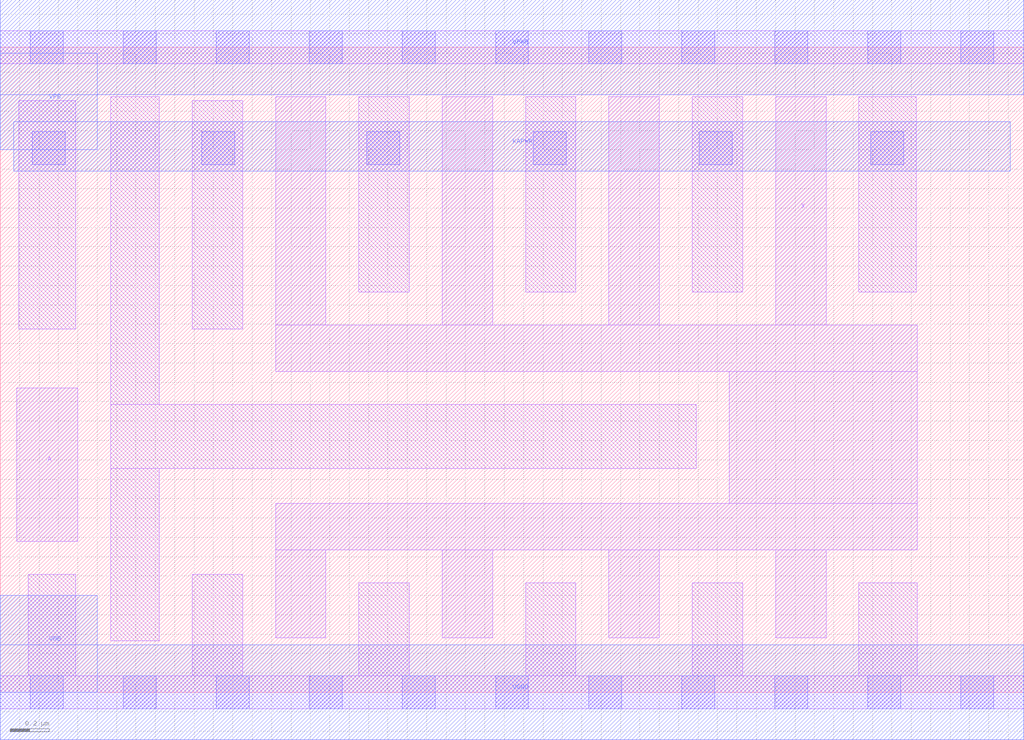
<source format=lef>
# Copyright 2020 The SkyWater PDK Authors
#
# Licensed under the Apache License, Version 2.0 (the "License");
# you may not use this file except in compliance with the License.
# You may obtain a copy of the License at
#
#     https://www.apache.org/licenses/LICENSE-2.0
#
# Unless required by applicable law or agreed to in writing, software
# distributed under the License is distributed on an "AS IS" BASIS,
# WITHOUT WARRANTIES OR CONDITIONS OF ANY KIND, either express or implied.
# See the License for the specific language governing permissions and
# limitations under the License.
#
# SPDX-License-Identifier: Apache-2.0

VERSION 5.5 ;
NAMESCASESENSITIVE ON ;
BUSBITCHARS "[]" ;
DIVIDERCHAR "/" ;
MACRO sky130_fd_sc_lp__bufkapwr_8
  CLASS CORE ;
  SOURCE USER ;
  ORIGIN  0.000000  0.000000 ;
  SIZE  5.280000 BY  3.330000 ;
  SYMMETRY X Y ;
  SITE unit ;
  PIN A
    ANTENNAGATEAREA  0.504000 ;
    DIRECTION INPUT ;
    USE SIGNAL ;
    PORT
      LAYER li1 ;
        RECT 0.085000 0.780000 0.400000 1.570000 ;
    END
  END A
  PIN X
    ANTENNADIFFAREA  1.881600 ;
    DIRECTION OUTPUT ;
    USE SIGNAL ;
    PORT
      LAYER li1 ;
        RECT 1.420000 0.280000 1.680000 0.735000 ;
        RECT 1.420000 0.735000 4.730000 0.975000 ;
        RECT 1.420000 1.655000 4.730000 1.895000 ;
        RECT 1.420000 1.895000 1.680000 3.075000 ;
        RECT 2.280000 0.280000 2.540000 0.735000 ;
        RECT 2.280000 1.895000 2.540000 3.075000 ;
        RECT 3.140000 0.280000 3.400000 0.735000 ;
        RECT 3.140000 1.895000 3.400000 3.075000 ;
        RECT 3.760000 0.975000 4.730000 1.655000 ;
        RECT 4.000000 0.280000 4.260000 0.735000 ;
        RECT 4.000000 1.895000 4.260000 3.075000 ;
    END
  END X
  PIN KAPWR
    DIRECTION INOUT ;
    USE POWER ;
    PORT
      LAYER met1 ;
        RECT 0.070000 2.690000 5.210000 2.945000 ;
    END
  END KAPWR
  PIN VGND
    DIRECTION INOUT ;
    USE GROUND ;
    PORT
      LAYER met1 ;
        RECT 0.000000 -0.245000 5.280000 0.245000 ;
    END
  END VGND
  PIN VNB
    DIRECTION INOUT ;
    USE GROUND ;
    PORT
      LAYER met1 ;
        RECT 0.000000 0.000000 0.500000 0.500000 ;
    END
  END VNB
  PIN VPB
    DIRECTION INOUT ;
    USE POWER ;
    PORT
      LAYER met1 ;
        RECT 0.000000 2.800000 0.500000 3.300000 ;
    END
  END VPB
  PIN VPWR
    DIRECTION INOUT ;
    USE POWER ;
    PORT
      LAYER met1 ;
        RECT 0.000000 3.085000 5.280000 3.575000 ;
    END
  END VPWR
  OBS
    LAYER li1 ;
      RECT 0.000000 -0.085000 5.280000 0.085000 ;
      RECT 0.000000  3.245000 5.280000 3.415000 ;
      RECT 0.095000  1.875000 0.390000 3.055000 ;
      RECT 0.145000  0.085000 0.390000 0.610000 ;
      RECT 0.570000  0.265000 0.820000 1.155000 ;
      RECT 0.570000  1.155000 3.590000 1.485000 ;
      RECT 0.570000  1.485000 0.820000 3.075000 ;
      RECT 0.990000  0.085000 1.250000 0.610000 ;
      RECT 0.990000  1.875000 1.250000 3.055000 ;
      RECT 1.850000  0.085000 2.110000 0.565000 ;
      RECT 1.850000  2.065000 2.110000 3.075000 ;
      RECT 2.710000  0.085000 2.970000 0.565000 ;
      RECT 2.710000  2.065000 2.970000 3.075000 ;
      RECT 3.570000  0.085000 3.830000 0.565000 ;
      RECT 3.570000  2.065000 3.830000 3.075000 ;
      RECT 4.430000  0.085000 4.730000 0.565000 ;
      RECT 4.430000  2.065000 4.725000 3.075000 ;
    LAYER mcon ;
      RECT 0.155000 -0.085000 0.325000 0.085000 ;
      RECT 0.155000  3.245000 0.325000 3.415000 ;
      RECT 0.165000  2.725000 0.335000 2.895000 ;
      RECT 0.635000 -0.085000 0.805000 0.085000 ;
      RECT 0.635000  3.245000 0.805000 3.415000 ;
      RECT 1.040000  2.725000 1.210000 2.895000 ;
      RECT 1.115000 -0.085000 1.285000 0.085000 ;
      RECT 1.115000  3.245000 1.285000 3.415000 ;
      RECT 1.595000 -0.085000 1.765000 0.085000 ;
      RECT 1.595000  3.245000 1.765000 3.415000 ;
      RECT 1.890000  2.725000 2.060000 2.895000 ;
      RECT 2.075000 -0.085000 2.245000 0.085000 ;
      RECT 2.075000  3.245000 2.245000 3.415000 ;
      RECT 2.555000 -0.085000 2.725000 0.085000 ;
      RECT 2.555000  3.245000 2.725000 3.415000 ;
      RECT 2.750000  2.725000 2.920000 2.895000 ;
      RECT 3.035000 -0.085000 3.205000 0.085000 ;
      RECT 3.035000  3.245000 3.205000 3.415000 ;
      RECT 3.515000 -0.085000 3.685000 0.085000 ;
      RECT 3.515000  3.245000 3.685000 3.415000 ;
      RECT 3.605000  2.725000 3.775000 2.895000 ;
      RECT 3.995000 -0.085000 4.165000 0.085000 ;
      RECT 3.995000  3.245000 4.165000 3.415000 ;
      RECT 4.475000 -0.085000 4.645000 0.085000 ;
      RECT 4.475000  3.245000 4.645000 3.415000 ;
      RECT 4.490000  2.725000 4.660000 2.895000 ;
      RECT 4.955000 -0.085000 5.125000 0.085000 ;
      RECT 4.955000  3.245000 5.125000 3.415000 ;
  END
END sky130_fd_sc_lp__bufkapwr_8
END LIBRARY

</source>
